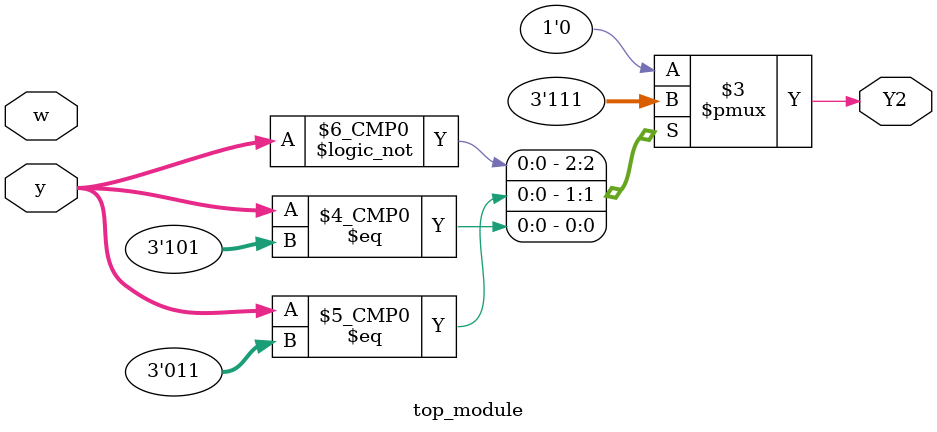
<source format=sv>
module top_module(
	input [3:1] y,
	input w,
	output reg Y2);
	
	always @* begin
		case(y)
			3'b000: Y2 = 1'b1;
			3'b001: Y2 = 1'b0;
			3'b010: Y2 = 1'b0;
			3'b011: Y2 = 1'b1;
			3'b100: Y2 = 1'b0;
			3'b101: Y2 = 1'b1;
			default: Y2 = 1'b0;
		endcase
	end
endmodule

</source>
